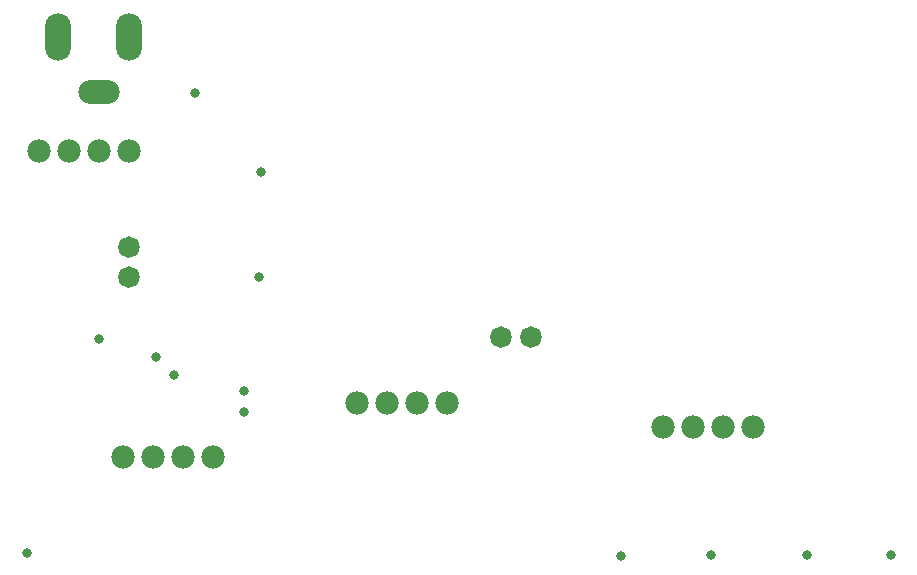
<source format=gbs>
G04*
G04 #@! TF.GenerationSoftware,Altium Limited,Altium Designer,21.1.1 (26)*
G04*
G04 Layer_Color=16711935*
%FSLAX25Y25*%
%MOIN*%
G70*
G04*
G04 #@! TF.SameCoordinates,E00B1EB5-E982-4F3D-9705-A7A521AA3BB6*
G04*
G04*
G04 #@! TF.FilePolarity,Negative*
G04*
G01*
G75*
%ADD22C,0.00000*%
%ADD26C,0.07800*%
%ADD27C,0.07178*%
%ADD28O,0.13792X0.07887*%
%ADD29O,0.08674X0.15761*%
%ADD30C,0.03300*%
D22*
X193390Y80000D02*
G03*
X193390Y80000I-3390J0D01*
G01*
X183390D02*
G03*
X183390Y80000I-3390J0D01*
G01*
X59390Y100000D02*
G03*
X59390Y100000I-3390J0D01*
G01*
Y110000D02*
G03*
X59390Y110000I-3390J0D01*
G01*
D26*
X74000Y40000D02*
D03*
X84000D02*
D03*
X54000D02*
D03*
X64000D02*
D03*
X254000Y50000D02*
D03*
X264000D02*
D03*
X234000D02*
D03*
X244000D02*
D03*
X152000Y58000D02*
D03*
X162000D02*
D03*
X132000D02*
D03*
X142000D02*
D03*
X36000Y142000D02*
D03*
X26000D02*
D03*
X56000D02*
D03*
X46000D02*
D03*
D27*
X190000Y80000D02*
D03*
X180000D02*
D03*
X56000Y100000D02*
D03*
Y110000D02*
D03*
D28*
X46158Y161693D02*
D03*
D29*
X32378Y180000D02*
D03*
X56000D02*
D03*
D30*
X65000Y73500D02*
D03*
X71000Y67500D02*
D03*
X94500Y55000D02*
D03*
Y62000D02*
D03*
X310000Y7500D02*
D03*
X282000D02*
D03*
X250000D02*
D03*
X220000Y7000D02*
D03*
X46000Y79500D02*
D03*
X22000Y8000D02*
D03*
X78000Y161500D02*
D03*
X100000Y135000D02*
D03*
X99500Y100000D02*
D03*
M02*

</source>
